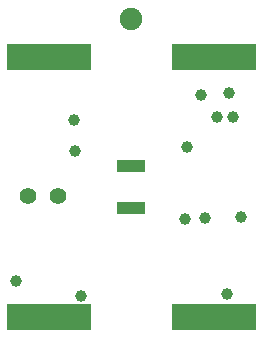
<source format=gbr>
%TF.GenerationSoftware,Altium Limited,Altium Designer,18.1.9 (240)*%
G04 Layer_Color=8388736*
%FSLAX45Y45*%
%MOMM*%
%TF.FileFunction,Soldermask,Top*%
%TF.Part,Single*%
G01*
G75*
%TA.AperFunction,ComponentPad*%
%ADD46C,1.40320*%
%TA.AperFunction,ViaPad*%
%ADD47C,1.00320*%
%ADD48C,1.90320*%
%TA.AperFunction,SMDPad,CuDef*%
%ADD49R,2.40320X1.00320*%
%ADD50R,7.20320X2.20320*%
D46*
X225000Y1525000D02*
D03*
X475000D02*
D03*
D47*
X1567500Y1942500D02*
D03*
X1725000Y1340000D02*
D03*
X1908100Y691900D02*
D03*
X2025000Y1344499D02*
D03*
X625000Y1902847D02*
D03*
X125000Y800000D02*
D03*
X1555000Y1325000D02*
D03*
X675000Y675000D02*
D03*
X615000Y2167847D02*
D03*
X1924996Y2399995D02*
D03*
X1690000Y2382847D02*
D03*
X1825000Y2192847D02*
D03*
X1960000D02*
D03*
D48*
X1100000Y3025000D02*
D03*
D49*
X1100000Y1775000D02*
D03*
Y1425000D02*
D03*
D50*
X400000Y2702847D02*
D03*
Y502847D02*
D03*
X1800000Y2700000D02*
D03*
Y500000D02*
D03*
%TF.MD5,88fcf781445ad1ef183d6738a030ef5c*%
M02*

</source>
